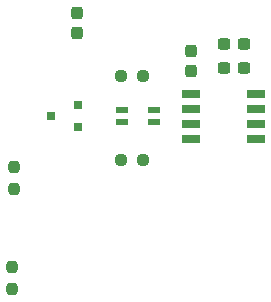
<source format=gbr>
%TF.GenerationSoftware,KiCad,Pcbnew,8.0.0*%
%TF.CreationDate,2024-03-13T03:04:33+09:00*%
%TF.ProjectId,esp32tester,65737033-3274-4657-9374-65722e6b6963,rev?*%
%TF.SameCoordinates,Original*%
%TF.FileFunction,Paste,Top*%
%TF.FilePolarity,Positive*%
%FSLAX46Y46*%
G04 Gerber Fmt 4.6, Leading zero omitted, Abs format (unit mm)*
G04 Created by KiCad (PCBNEW 8.0.0) date 2024-03-13 03:04:33*
%MOMM*%
%LPD*%
G01*
G04 APERTURE LIST*
G04 Aperture macros list*
%AMRoundRect*
0 Rectangle with rounded corners*
0 $1 Rounding radius*
0 $2 $3 $4 $5 $6 $7 $8 $9 X,Y pos of 4 corners*
0 Add a 4 corners polygon primitive as box body*
4,1,4,$2,$3,$4,$5,$6,$7,$8,$9,$2,$3,0*
0 Add four circle primitives for the rounded corners*
1,1,$1+$1,$2,$3*
1,1,$1+$1,$4,$5*
1,1,$1+$1,$6,$7*
1,1,$1+$1,$8,$9*
0 Add four rect primitives between the rounded corners*
20,1,$1+$1,$2,$3,$4,$5,0*
20,1,$1+$1,$4,$5,$6,$7,0*
20,1,$1+$1,$6,$7,$8,$9,0*
20,1,$1+$1,$8,$9,$2,$3,0*%
G04 Aperture macros list end*
%ADD10RoundRect,0.237500X-0.250000X-0.237500X0.250000X-0.237500X0.250000X0.237500X-0.250000X0.237500X0*%
%ADD11RoundRect,0.237500X0.237500X-0.300000X0.237500X0.300000X-0.237500X0.300000X-0.237500X-0.300000X0*%
%ADD12R,1.050000X0.600000*%
%ADD13RoundRect,0.237500X-0.300000X-0.237500X0.300000X-0.237500X0.300000X0.237500X-0.300000X0.237500X0*%
%ADD14R,0.780000X0.780000*%
%ADD15R,1.550000X0.700000*%
%ADD16RoundRect,0.237500X0.237500X-0.250000X0.237500X0.250000X-0.237500X0.250000X-0.237500X-0.250000X0*%
%ADD17RoundRect,0.237500X-0.237500X0.250000X-0.237500X-0.250000X0.237500X-0.250000X0.237500X0.250000X0*%
%ADD18RoundRect,0.237500X0.250000X0.237500X-0.250000X0.237500X-0.250000X-0.237500X0.250000X-0.237500X0*%
G04 APERTURE END LIST*
D10*
%TO.C,R1*%
X64111500Y-101727000D03*
X65936500Y-101727000D03*
%TD*%
D11*
%TO.C,C1*%
X60325000Y-91032500D03*
X60325000Y-89307500D03*
%TD*%
D12*
%TO.C,L1*%
X66857000Y-97544000D03*
X64207000Y-97544000D03*
X64207000Y-98544000D03*
X66857000Y-98544000D03*
%TD*%
D13*
%TO.C,C3*%
X72797500Y-91948000D03*
X74522500Y-91948000D03*
%TD*%
D14*
%TO.C,D1*%
X60454000Y-98994000D03*
X60454000Y-97094000D03*
X58164000Y-98044000D03*
%TD*%
D15*
%TO.C,IC1*%
X75496000Y-99949000D03*
X75496000Y-98679000D03*
X75496000Y-97409000D03*
X75496000Y-96139000D03*
X70046000Y-96139000D03*
X70046000Y-97409000D03*
X70046000Y-98679000D03*
X70046000Y-99949000D03*
%TD*%
D13*
%TO.C,C4*%
X72797500Y-93980000D03*
X74522500Y-93980000D03*
%TD*%
D11*
%TO.C,C2*%
X69977000Y-94207500D03*
X69977000Y-92482500D03*
%TD*%
D16*
%TO.C,R4*%
X54864000Y-112672500D03*
X54864000Y-110847500D03*
%TD*%
D17*
%TO.C,R3*%
X54991000Y-102362000D03*
X54991000Y-104187000D03*
%TD*%
D18*
%TO.C,R2*%
X65936500Y-94615000D03*
X64111500Y-94615000D03*
%TD*%
M02*

</source>
